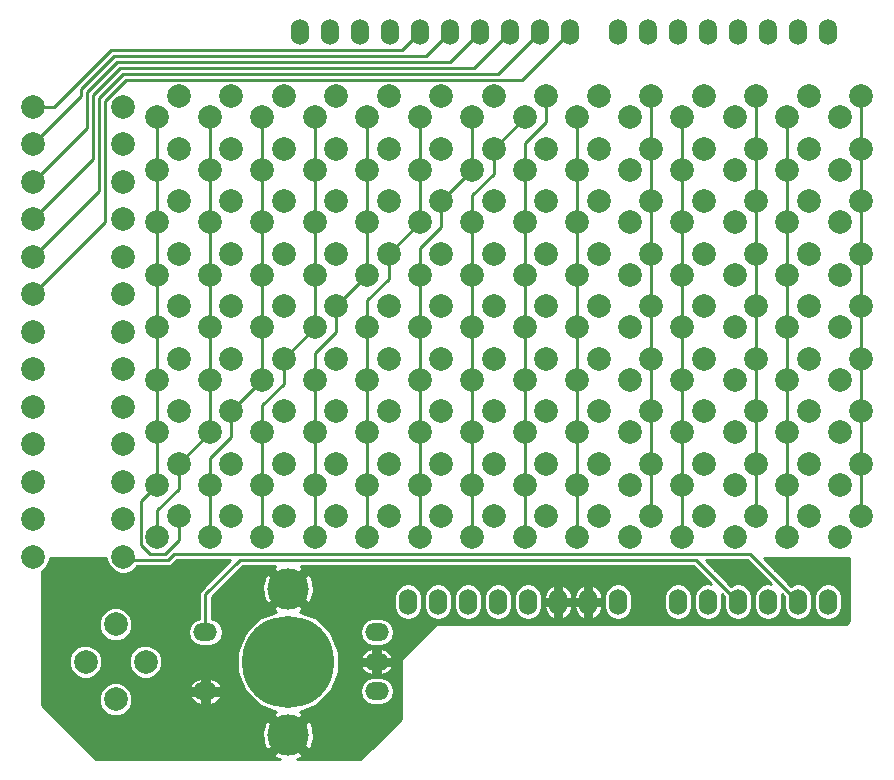
<source format=gbr>
G04 #@! TF.FileFunction,Copper,L2,Bot,Signal*
%FSLAX46Y46*%
G04 Gerber Fmt 4.6, Leading zero omitted, Abs format (unit mm)*
G04 Created by KiCad (PCBNEW 4.0.7) date 06/07/18 15:13:04*
%MOMM*%
%LPD*%
G01*
G04 APERTURE LIST*
%ADD10C,0.100000*%
%ADD11C,1.998980*%
%ADD12O,1.524000X2.199640*%
%ADD13O,1.524000X2.197100*%
%ADD14O,1.998980X1.501140*%
%ADD15C,3.500120*%
%ADD16C,7.800000*%
%ADD17C,0.620000*%
%ADD18C,2.000000*%
%ADD19C,0.250000*%
G04 APERTURE END LIST*
D10*
D11*
X124088026Y-122291974D03*
X122291974Y-124088026D03*
X124088026Y-86731974D03*
X122291974Y-88528026D03*
X128533026Y-86731974D03*
X126736974Y-88528026D03*
X132978026Y-86731974D03*
X131181974Y-88528026D03*
X137423026Y-86731974D03*
X135626974Y-88528026D03*
X141868026Y-86731974D03*
X140071974Y-88528026D03*
X146313026Y-86731974D03*
X144516974Y-88528026D03*
X150758026Y-86731974D03*
X148961974Y-88528026D03*
X155203026Y-86731974D03*
X153406974Y-88528026D03*
X159648026Y-86731974D03*
X157851974Y-88528026D03*
X164093026Y-86731974D03*
X162296974Y-88528026D03*
X168538026Y-86731974D03*
X166741974Y-88528026D03*
X172983026Y-86731974D03*
X171186974Y-88528026D03*
X177428026Y-86731974D03*
X175631974Y-88528026D03*
X181873026Y-86731974D03*
X180076974Y-88528026D03*
X124088026Y-91176974D03*
X122291974Y-92973026D03*
X128533026Y-91176974D03*
X126736974Y-92973026D03*
X132978026Y-91176974D03*
X131181974Y-92973026D03*
X137423026Y-91176974D03*
X135626974Y-92973026D03*
X141868026Y-91176974D03*
X140071974Y-92973026D03*
X146313026Y-91176974D03*
X144516974Y-92973026D03*
X150758026Y-91176974D03*
X148961974Y-92973026D03*
X155203026Y-91176974D03*
X153406974Y-92973026D03*
X159648026Y-91176974D03*
X157851974Y-92973026D03*
X164093026Y-91176974D03*
X162296974Y-92973026D03*
X168538026Y-91176974D03*
X166741974Y-92973026D03*
X172983026Y-91176974D03*
X171186974Y-92973026D03*
X177428026Y-91176974D03*
X175631974Y-92973026D03*
X181873026Y-91176974D03*
X180076974Y-92973026D03*
X124088026Y-95621974D03*
X122291974Y-97418026D03*
X128533026Y-95621974D03*
X126736974Y-97418026D03*
X132978026Y-95621974D03*
X131181974Y-97418026D03*
X137423026Y-95621974D03*
X135626974Y-97418026D03*
X141868026Y-95621974D03*
X140071974Y-97418026D03*
X146313026Y-95621974D03*
X144516974Y-97418026D03*
X150758026Y-95621974D03*
X148961974Y-97418026D03*
X155203026Y-95621974D03*
X153406974Y-97418026D03*
X159648026Y-95621974D03*
X157851974Y-97418026D03*
X164093026Y-95621974D03*
X162296974Y-97418026D03*
X168538026Y-95621974D03*
X166741974Y-97418026D03*
X172983026Y-95621974D03*
X171186974Y-97418026D03*
X177428026Y-95621974D03*
X175631974Y-97418026D03*
X181873026Y-95621974D03*
X180076974Y-97418026D03*
X124088026Y-100066974D03*
X122291974Y-101863026D03*
X128533026Y-100066974D03*
X126736974Y-101863026D03*
X132978026Y-100066974D03*
X131181974Y-101863026D03*
X137423026Y-100066974D03*
X135626974Y-101863026D03*
X141868026Y-100066974D03*
X140071974Y-101863026D03*
X146313026Y-100066974D03*
X144516974Y-101863026D03*
X150758026Y-100066974D03*
X148961974Y-101863026D03*
X155203026Y-100066974D03*
X153406974Y-101863026D03*
X159648026Y-100066974D03*
X157851974Y-101863026D03*
X164093026Y-100066974D03*
X162296974Y-101863026D03*
X168538026Y-100066974D03*
X166741974Y-101863026D03*
X172983026Y-100066974D03*
X171186974Y-101863026D03*
X177428026Y-100066974D03*
X175631974Y-101863026D03*
X181873026Y-100066974D03*
X180076974Y-101863026D03*
X124088026Y-104511974D03*
X122291974Y-106308026D03*
X128533026Y-104511974D03*
X126736974Y-106308026D03*
X132978026Y-104511974D03*
X131181974Y-106308026D03*
X137423026Y-104511974D03*
X135626974Y-106308026D03*
X141868026Y-104511974D03*
X140071974Y-106308026D03*
X146313026Y-104511974D03*
X144516974Y-106308026D03*
X150758026Y-104511974D03*
X148961974Y-106308026D03*
X155203026Y-104511974D03*
X153406974Y-106308026D03*
X159648026Y-104511974D03*
X157851974Y-106308026D03*
X164093026Y-104511974D03*
X162296974Y-106308026D03*
X168538026Y-104511974D03*
X166741974Y-106308026D03*
X172983026Y-104511974D03*
X171186974Y-106308026D03*
X177428026Y-104511974D03*
X175631974Y-106308026D03*
X181873026Y-104511974D03*
X180076974Y-106308026D03*
X124088026Y-108956974D03*
X122291974Y-110753026D03*
X128533026Y-108956974D03*
X126736974Y-110753026D03*
X132978026Y-108956974D03*
X131181974Y-110753026D03*
X137423026Y-108956974D03*
X135626974Y-110753026D03*
X141868026Y-108956974D03*
X140071974Y-110753026D03*
X146313026Y-108956974D03*
X144516974Y-110753026D03*
X150758026Y-108956974D03*
X148961974Y-110753026D03*
X155203026Y-108956974D03*
X153406974Y-110753026D03*
X159648026Y-108956974D03*
X157851974Y-110753026D03*
X164093026Y-108956974D03*
X162296974Y-110753026D03*
X168538026Y-108956974D03*
X166741974Y-110753026D03*
X172983026Y-108956974D03*
X171186974Y-110753026D03*
X177428026Y-108956974D03*
X175631974Y-110753026D03*
X181873026Y-108956974D03*
X180076974Y-110753026D03*
X124088026Y-113401974D03*
X122291974Y-115198026D03*
X128533026Y-113401974D03*
X126736974Y-115198026D03*
X132978026Y-113401974D03*
X131181974Y-115198026D03*
X137423026Y-113401974D03*
X135626974Y-115198026D03*
X141868026Y-113401974D03*
X140071974Y-115198026D03*
X146313026Y-113401974D03*
X144516974Y-115198026D03*
X150758026Y-113401974D03*
X148961974Y-115198026D03*
X155203026Y-113401974D03*
X153406974Y-115198026D03*
X159648026Y-113401974D03*
X157851974Y-115198026D03*
X164093026Y-113401974D03*
X162296974Y-115198026D03*
X168538026Y-113401974D03*
X166741974Y-115198026D03*
X172983026Y-113401974D03*
X171186974Y-115198026D03*
X177428026Y-113401974D03*
X175631974Y-115198026D03*
X181873026Y-113401974D03*
X180076974Y-115198026D03*
X124088026Y-117846974D03*
X122291974Y-119643026D03*
X128533026Y-117846974D03*
X126736974Y-119643026D03*
X132978026Y-117846974D03*
X131181974Y-119643026D03*
X137423026Y-117846974D03*
X135626974Y-119643026D03*
X141868026Y-117846974D03*
X140071974Y-119643026D03*
X146313026Y-117846974D03*
X144516974Y-119643026D03*
X150758026Y-117846974D03*
X148961974Y-119643026D03*
X155203026Y-117846974D03*
X153406974Y-119643026D03*
X159648026Y-117846974D03*
X157851974Y-119643026D03*
X164093026Y-117846974D03*
X162296974Y-119643026D03*
X168538026Y-117846974D03*
X166741974Y-119643026D03*
X172983026Y-117846974D03*
X171186974Y-119643026D03*
X177428026Y-117846974D03*
X175631974Y-119643026D03*
X181873026Y-117846974D03*
X180076974Y-119643026D03*
X128533026Y-122291974D03*
X126736974Y-124088026D03*
X132978026Y-122291974D03*
X131181974Y-124088026D03*
X137423026Y-122291974D03*
X135626974Y-124088026D03*
X141868026Y-122291974D03*
X140071974Y-124088026D03*
X146313026Y-122291974D03*
X144516974Y-124088026D03*
X150758026Y-122291974D03*
X148961974Y-124088026D03*
X155203026Y-122291974D03*
X153406974Y-124088026D03*
X159648026Y-122291974D03*
X157851974Y-124088026D03*
X164093026Y-122291974D03*
X162296974Y-124088026D03*
X168538026Y-122291974D03*
X166741974Y-124088026D03*
X172983026Y-122291974D03*
X171186974Y-124088026D03*
X177428026Y-122291974D03*
X175631974Y-124088026D03*
X181873026Y-122291974D03*
X180076974Y-124088026D03*
X119380000Y-125730000D03*
X111760000Y-125730000D03*
X111760000Y-103505000D03*
X119380000Y-103505000D03*
X111760000Y-100330000D03*
X119380000Y-100330000D03*
X111760000Y-97155000D03*
X119380000Y-97155000D03*
X111760000Y-93980000D03*
X119380000Y-93980000D03*
X111760000Y-90805000D03*
X119380000Y-90805000D03*
X111760000Y-87630000D03*
X119380000Y-87630000D03*
X111760000Y-122555000D03*
X119380000Y-122555000D03*
X111760000Y-119380000D03*
X119380000Y-119380000D03*
X111760000Y-116205000D03*
X119380000Y-116205000D03*
X111760000Y-113030000D03*
X119380000Y-113030000D03*
X111760000Y-109855000D03*
X119380000Y-109855000D03*
X111760000Y-106680000D03*
X119380000Y-106680000D03*
D12*
X143510000Y-129540000D03*
X146050000Y-129540000D03*
X148590000Y-129540000D03*
X151130000Y-129540000D03*
X153670000Y-129540000D03*
X156210000Y-129540000D03*
X158750000Y-129540000D03*
X161290000Y-129540000D03*
X166370000Y-129540000D03*
X168910000Y-129540000D03*
X171450000Y-129540000D03*
X173990000Y-129540000D03*
X176530000Y-129540000D03*
X179070000Y-129540000D03*
D13*
X179070000Y-81280000D03*
X176530000Y-81280000D03*
X173990000Y-81280000D03*
X171450000Y-81280000D03*
X168910000Y-81280000D03*
X166370000Y-81280000D03*
X163830000Y-81280000D03*
X161290000Y-81280000D03*
X157226000Y-81280000D03*
X154686000Y-81280000D03*
X152146000Y-81280000D03*
X149606000Y-81280000D03*
X147066000Y-81280000D03*
X144526000Y-81280000D03*
X141986000Y-81280000D03*
X139448540Y-81280000D03*
X136906000Y-81280000D03*
X134366000Y-81280000D03*
D14*
X140850620Y-137119360D03*
X140850620Y-134620000D03*
X140850620Y-132120640D03*
D15*
X133350000Y-140820140D03*
X133350000Y-128419860D03*
D14*
X126349760Y-137119360D03*
X126349760Y-132120640D03*
D16*
X133350000Y-134620000D03*
D17*
X112776000Y-127889000D03*
X113411000Y-126111000D03*
X117221000Y-142621000D03*
X139192000Y-142748000D03*
X127381000Y-126746000D03*
X124333000Y-126238000D03*
X138811000Y-126746000D03*
X141097000Y-127254000D03*
X180594000Y-126365000D03*
X180467000Y-131064000D03*
X174752000Y-126746000D03*
X176784000Y-126111000D03*
X168021000Y-127381000D03*
X169672000Y-126746000D03*
D18*
X118745000Y-131445000D03*
X118745000Y-137795000D03*
X116205000Y-134620000D03*
X121285000Y-134620000D03*
D19*
X153406974Y-92973026D02*
X153406974Y-90687026D01*
X155203026Y-88890974D02*
X155203026Y-86731974D01*
X153406974Y-90687026D02*
X155203026Y-88890974D01*
X153406974Y-124088026D02*
X153406974Y-119643026D01*
X153406974Y-119643026D02*
X153406974Y-115198026D01*
X153406974Y-115198026D02*
X153406974Y-110753026D01*
X153406974Y-110753026D02*
X153406974Y-106308026D01*
X153406974Y-106308026D02*
X153406974Y-101863026D01*
X153406974Y-101863026D02*
X153406974Y-97418026D01*
X153406974Y-97418026D02*
X153406974Y-92973026D01*
X124088026Y-122291974D02*
X124088026Y-124323974D01*
X120904000Y-121031000D02*
X122291974Y-119643026D01*
X120904000Y-124714000D02*
X120904000Y-121031000D01*
X121666000Y-125476000D02*
X120904000Y-124714000D01*
X122936000Y-125476000D02*
X121666000Y-125476000D01*
X124088026Y-124323974D02*
X122936000Y-125476000D01*
X122291974Y-115198026D02*
X122291974Y-119643026D01*
X122291974Y-88528026D02*
X122291974Y-92973026D01*
X122291974Y-92973026D02*
X122291974Y-97418026D01*
X122291974Y-97418026D02*
X122291974Y-101863026D01*
X122291974Y-101863026D02*
X122291974Y-106308026D01*
X122291974Y-106308026D02*
X122291974Y-110753026D01*
X122291974Y-110753026D02*
X122291974Y-115198026D01*
X126736974Y-101863026D02*
X126736974Y-97418026D01*
X126736974Y-97418026D02*
X126736974Y-92973026D01*
X126736974Y-92973026D02*
X126736974Y-88528026D01*
X126736974Y-115198026D02*
X126736974Y-110753026D01*
X126736974Y-110753026D02*
X126736974Y-106308026D01*
X126736974Y-106308026D02*
X126736974Y-101863026D01*
X124088026Y-117846974D02*
X126736974Y-115198026D01*
X122291974Y-124088026D02*
X122291974Y-121802026D01*
X124088026Y-120005974D02*
X124088026Y-117846974D01*
X122291974Y-121802026D02*
X124088026Y-120005974D01*
X131181974Y-106308026D02*
X131181974Y-101863026D01*
X131181974Y-101863026D02*
X131181974Y-97418026D01*
X131181974Y-97418026D02*
X131181974Y-92973026D01*
X131181974Y-92973026D02*
X131181974Y-88528026D01*
X131181974Y-110753026D02*
X131181974Y-106308026D01*
X128533026Y-113401974D02*
X131181974Y-110753026D01*
X126736974Y-119643026D02*
X126736974Y-117357026D01*
X128533026Y-115560974D02*
X128533026Y-113401974D01*
X126736974Y-117357026D02*
X128533026Y-115560974D01*
X126736974Y-124088026D02*
X126736974Y-119643026D01*
X135626974Y-97418026D02*
X135626974Y-92973026D01*
X135626974Y-92973026D02*
X135626974Y-88528026D01*
X135626974Y-101863026D02*
X135626974Y-97418026D01*
X135626974Y-106308026D02*
X135626974Y-101863026D01*
X132978026Y-108956974D02*
X135626974Y-106308026D01*
X131181974Y-115198026D02*
X131181974Y-112912026D01*
X132978026Y-111115974D02*
X132978026Y-108956974D01*
X131181974Y-112912026D02*
X132978026Y-111115974D01*
X131181974Y-124088026D02*
X131181974Y-119643026D01*
X131181974Y-119643026D02*
X131181974Y-115198026D01*
X140071974Y-92973026D02*
X140071974Y-88528026D01*
X140071974Y-97418026D02*
X140071974Y-92973026D01*
X140071974Y-101863026D02*
X140071974Y-97418026D01*
X137423026Y-104511974D02*
X140071974Y-101863026D01*
X135626974Y-110753026D02*
X135626974Y-108467026D01*
X137423026Y-106670974D02*
X137423026Y-104511974D01*
X135626974Y-108467026D02*
X137423026Y-106670974D01*
X135626974Y-115198026D02*
X135626974Y-110753026D01*
X135626974Y-124088026D02*
X135626974Y-119643026D01*
X135626974Y-119643026D02*
X135626974Y-115198026D01*
X144516974Y-92973026D02*
X144516974Y-88528026D01*
X144516974Y-97418026D02*
X144516974Y-92973026D01*
X141868026Y-100066974D02*
X144516974Y-97418026D01*
X140071974Y-106308026D02*
X140071974Y-104022026D01*
X141868026Y-102225974D02*
X141868026Y-100066974D01*
X140071974Y-104022026D02*
X141868026Y-102225974D01*
X140071974Y-110753026D02*
X140071974Y-106308026D01*
X140071974Y-115198026D02*
X140071974Y-110753026D01*
X140071974Y-119643026D02*
X140071974Y-115198026D01*
X140071974Y-124088026D02*
X140071974Y-119643026D01*
X146313026Y-95621974D02*
X148961974Y-92973026D01*
X148961974Y-92973026D02*
X148961974Y-88528026D01*
X144516974Y-101863026D02*
X144516974Y-99577026D01*
X146313026Y-97780974D02*
X146313026Y-95621974D01*
X144516974Y-99577026D02*
X146313026Y-97780974D01*
X144516974Y-124088026D02*
X144516974Y-119643026D01*
X144516974Y-119643026D02*
X144516974Y-115198026D01*
X144516974Y-115198026D02*
X144516974Y-110753026D01*
X144516974Y-110753026D02*
X144516974Y-106308026D01*
X144516974Y-106308026D02*
X144516974Y-101863026D01*
X150758026Y-91176974D02*
X153406974Y-88528026D01*
X148961974Y-97418026D02*
X148961974Y-95132026D01*
X150758026Y-93335974D02*
X150758026Y-91176974D01*
X148961974Y-95132026D02*
X150758026Y-93335974D01*
X148961974Y-101863026D02*
X148961974Y-97418026D01*
X148961974Y-106308026D02*
X148961974Y-101863026D01*
X148961974Y-110753026D02*
X148961974Y-106308026D01*
X148961974Y-115198026D02*
X148961974Y-110753026D01*
X148961974Y-119643026D02*
X148961974Y-115198026D01*
X148961974Y-124088026D02*
X148961974Y-119643026D01*
X164093026Y-108956974D02*
X164093026Y-104511974D01*
X164093026Y-104511974D02*
X164093026Y-100066974D01*
X164093026Y-100066974D02*
X164093026Y-95621974D01*
X164093026Y-95621974D02*
X164093026Y-91176974D01*
X164093026Y-91176974D02*
X164093026Y-86731974D01*
X164093026Y-122291974D02*
X164093026Y-117846974D01*
X164093026Y-117846974D02*
X164093026Y-113401974D01*
X164093026Y-113401974D02*
X164093026Y-108956974D01*
X157851974Y-92973026D02*
X157851974Y-88528026D01*
X157851974Y-124088026D02*
X157851974Y-119643026D01*
X157851974Y-119643026D02*
X157851974Y-115198026D01*
X157851974Y-115198026D02*
X157851974Y-110753026D01*
X157851974Y-110753026D02*
X157851974Y-106308026D01*
X157851974Y-106308026D02*
X157851974Y-101863026D01*
X157851974Y-101863026D02*
X157851974Y-97418026D01*
X157851974Y-97418026D02*
X157851974Y-92973026D01*
X172983026Y-113401974D02*
X172983026Y-117846974D01*
X172983026Y-86731974D02*
X172983026Y-91176974D01*
X172983026Y-91176974D02*
X172983026Y-95621974D01*
X172983026Y-95621974D02*
X172983026Y-100066974D01*
X172983026Y-100066974D02*
X172983026Y-104511974D01*
X172983026Y-104511974D02*
X172983026Y-108956974D01*
X172983026Y-108956974D02*
X172983026Y-113401974D01*
X172983026Y-113401974D02*
X172983026Y-122291974D01*
X166741974Y-110753026D02*
X166741974Y-106308026D01*
X166741974Y-106308026D02*
X166741974Y-101863026D01*
X166741974Y-101863026D02*
X166741974Y-97418026D01*
X166741974Y-97418026D02*
X166741974Y-92973026D01*
X166741974Y-92973026D02*
X166741974Y-88528026D01*
X166741974Y-124088026D02*
X166741974Y-119643026D01*
X166741974Y-119643026D02*
X166741974Y-115198026D01*
X166741974Y-115198026D02*
X166741974Y-110753026D01*
X181873026Y-104511974D02*
X181873026Y-108956974D01*
X181873026Y-108956974D02*
X181873026Y-113401974D01*
X181873026Y-113401974D02*
X181873026Y-117846974D01*
X181873026Y-117846974D02*
X181873026Y-122291974D01*
X181873026Y-91176974D02*
X181873026Y-95621974D01*
X181873026Y-95621974D02*
X181873026Y-100066974D01*
X181873026Y-100066974D02*
X181873026Y-104511974D01*
X181873026Y-86731974D02*
X181873026Y-91176974D01*
X175631974Y-124088026D02*
X175631974Y-119643026D01*
X175631974Y-119643026D02*
X175631974Y-115198026D01*
X175631974Y-115198026D02*
X175631974Y-110753026D01*
X175631974Y-110753026D02*
X175631974Y-106308026D01*
X175631974Y-106308026D02*
X175631974Y-101863026D01*
X175631974Y-101863026D02*
X175631974Y-97418026D01*
X175631974Y-97418026D02*
X175631974Y-92973026D01*
X175631974Y-92973026D02*
X175631974Y-88528026D01*
X126349760Y-132120640D02*
X126349760Y-128920240D01*
X129286000Y-125984000D02*
X132486400Y-125984000D01*
X126349760Y-128920240D02*
X129286000Y-125984000D01*
X139954000Y-125984000D02*
X167894000Y-125984000D01*
X167894000Y-125984000D02*
X171450000Y-129540000D01*
X132486400Y-125984000D02*
X139954000Y-125984000D01*
X119380000Y-125730000D02*
X119634000Y-125984000D01*
X119634000Y-125984000D02*
X123190000Y-125984000D01*
X123190000Y-125984000D02*
X123698000Y-125476000D01*
X123698000Y-125476000D02*
X172466000Y-125476000D01*
X172466000Y-125476000D02*
X176530000Y-129540000D01*
X157226000Y-81280000D02*
X153162000Y-85344000D01*
X111760000Y-103505000D02*
X117856000Y-97409000D01*
X119634000Y-85344000D02*
X153162000Y-85344000D01*
X117856000Y-87122000D02*
X119634000Y-85344000D01*
X117856000Y-97409000D02*
X117856000Y-87122000D01*
X154686000Y-81280000D02*
X151130000Y-84836000D01*
X111760000Y-100330000D02*
X117348000Y-94742000D01*
X119380000Y-84836000D02*
X151130000Y-84836000D01*
X117348000Y-86868000D02*
X119380000Y-84836000D01*
X117348000Y-94742000D02*
X117348000Y-86868000D01*
X152146000Y-81280000D02*
X149098000Y-84328000D01*
X111760000Y-97155000D02*
X116840000Y-92075000D01*
X119126000Y-84328000D02*
X149098000Y-84328000D01*
X116840000Y-86614000D02*
X119126000Y-84328000D01*
X116840000Y-92075000D02*
X116840000Y-86614000D01*
X149606000Y-81280000D02*
X147066000Y-83820000D01*
X111760000Y-93980000D02*
X116332000Y-89408000D01*
X118872000Y-83820000D02*
X147066000Y-83820000D01*
X116332000Y-86360000D02*
X118872000Y-83820000D01*
X116332000Y-89408000D02*
X116332000Y-86360000D01*
X147066000Y-81280000D02*
X145034000Y-83312000D01*
X111760000Y-90805000D02*
X115824000Y-86741000D01*
X118618000Y-83312000D02*
X145034000Y-83312000D01*
X115824000Y-86106000D02*
X118618000Y-83312000D01*
X115824000Y-86741000D02*
X115824000Y-86106000D01*
X142240000Y-82804000D02*
X143002000Y-82804000D01*
X143002000Y-82804000D02*
X144526000Y-81280000D01*
X111760000Y-87630000D02*
X113538000Y-87630000D01*
X118364000Y-82804000D02*
X142240000Y-82804000D01*
X113538000Y-87630000D02*
X118364000Y-82804000D01*
G36*
X117955264Y-126012105D02*
X118171672Y-126535854D01*
X118572038Y-126936919D01*
X119095408Y-127154242D01*
X119662105Y-127154736D01*
X120185854Y-126938328D01*
X120586919Y-126537962D01*
X120588564Y-126534000D01*
X123190000Y-126534000D01*
X123400476Y-126492134D01*
X123578909Y-126372909D01*
X123925817Y-126026000D01*
X128466183Y-126026000D01*
X125960851Y-128531331D01*
X125841626Y-128709764D01*
X125799760Y-128920240D01*
X125799760Y-130999408D01*
X125623062Y-131034555D01*
X125241679Y-131289386D01*
X124986848Y-131670769D01*
X124897363Y-132120640D01*
X124986848Y-132570511D01*
X125241679Y-132951894D01*
X125623062Y-133206725D01*
X126072933Y-133296210D01*
X126626587Y-133296210D01*
X127076458Y-133206725D01*
X127457841Y-132951894D01*
X127712672Y-132570511D01*
X127802157Y-132120640D01*
X127712672Y-131670769D01*
X127457841Y-131289386D01*
X127076458Y-131034555D01*
X126899760Y-130999408D01*
X126899760Y-129148058D01*
X127874264Y-128173553D01*
X131146049Y-128173553D01*
X131219557Y-129035717D01*
X131408073Y-129490834D01*
X131675262Y-129705689D01*
X132961091Y-128419860D01*
X133738909Y-128419860D01*
X135024738Y-129705689D01*
X135291927Y-129490834D01*
X135393133Y-129172307D01*
X142323000Y-129172307D01*
X142323000Y-129907693D01*
X142413355Y-130361938D01*
X142670664Y-130747029D01*
X143055755Y-131004338D01*
X143510000Y-131094693D01*
X143964245Y-131004338D01*
X144349336Y-130747029D01*
X144606645Y-130361938D01*
X144697000Y-129907693D01*
X144697000Y-129172307D01*
X144863000Y-129172307D01*
X144863000Y-129907693D01*
X144953355Y-130361938D01*
X145210664Y-130747029D01*
X145595755Y-131004338D01*
X146050000Y-131094693D01*
X146504245Y-131004338D01*
X146889336Y-130747029D01*
X147146645Y-130361938D01*
X147237000Y-129907693D01*
X147237000Y-129172307D01*
X147403000Y-129172307D01*
X147403000Y-129907693D01*
X147493355Y-130361938D01*
X147750664Y-130747029D01*
X148135755Y-131004338D01*
X148590000Y-131094693D01*
X149044245Y-131004338D01*
X149429336Y-130747029D01*
X149686645Y-130361938D01*
X149777000Y-129907693D01*
X149777000Y-129172307D01*
X149943000Y-129172307D01*
X149943000Y-129907693D01*
X150033355Y-130361938D01*
X150290664Y-130747029D01*
X150675755Y-131004338D01*
X151130000Y-131094693D01*
X151584245Y-131004338D01*
X151969336Y-130747029D01*
X152226645Y-130361938D01*
X152317000Y-129907693D01*
X152317000Y-129172307D01*
X152483000Y-129172307D01*
X152483000Y-129907693D01*
X152573355Y-130361938D01*
X152830664Y-130747029D01*
X153215755Y-131004338D01*
X153670000Y-131094693D01*
X154124245Y-131004338D01*
X154509336Y-130747029D01*
X154766645Y-130361938D01*
X154838122Y-130002595D01*
X155020627Y-130002595D01*
X155158912Y-130448250D01*
X155457215Y-130807063D01*
X155757750Y-130975289D01*
X155935000Y-130922997D01*
X155935000Y-129815000D01*
X156485000Y-129815000D01*
X156485000Y-130922997D01*
X156662250Y-130975289D01*
X156962785Y-130807063D01*
X157261088Y-130448250D01*
X157399373Y-130002595D01*
X157560627Y-130002595D01*
X157698912Y-130448250D01*
X157997215Y-130807063D01*
X158297750Y-130975289D01*
X158475000Y-130922997D01*
X158475000Y-129815000D01*
X159025000Y-129815000D01*
X159025000Y-130922997D01*
X159202250Y-130975289D01*
X159502785Y-130807063D01*
X159801088Y-130448250D01*
X159939373Y-130002595D01*
X159837999Y-129815000D01*
X159025000Y-129815000D01*
X158475000Y-129815000D01*
X157662001Y-129815000D01*
X157560627Y-130002595D01*
X157399373Y-130002595D01*
X157297999Y-129815000D01*
X156485000Y-129815000D01*
X155935000Y-129815000D01*
X155122001Y-129815000D01*
X155020627Y-130002595D01*
X154838122Y-130002595D01*
X154857000Y-129907693D01*
X154857000Y-129172307D01*
X154838123Y-129077405D01*
X155020627Y-129077405D01*
X155122001Y-129265000D01*
X155935000Y-129265000D01*
X155935000Y-128157003D01*
X156485000Y-128157003D01*
X156485000Y-129265000D01*
X157297999Y-129265000D01*
X157399373Y-129077405D01*
X157560627Y-129077405D01*
X157662001Y-129265000D01*
X158475000Y-129265000D01*
X158475000Y-128157003D01*
X159025000Y-128157003D01*
X159025000Y-129265000D01*
X159837999Y-129265000D01*
X159888089Y-129172307D01*
X160103000Y-129172307D01*
X160103000Y-129907693D01*
X160193355Y-130361938D01*
X160450664Y-130747029D01*
X160835755Y-131004338D01*
X161290000Y-131094693D01*
X161744245Y-131004338D01*
X162129336Y-130747029D01*
X162386645Y-130361938D01*
X162477000Y-129907693D01*
X162477000Y-129172307D01*
X165183000Y-129172307D01*
X165183000Y-129907693D01*
X165273355Y-130361938D01*
X165530664Y-130747029D01*
X165915755Y-131004338D01*
X166370000Y-131094693D01*
X166824245Y-131004338D01*
X167209336Y-130747029D01*
X167466645Y-130361938D01*
X167557000Y-129907693D01*
X167557000Y-129172307D01*
X167466645Y-128718062D01*
X167209336Y-128332971D01*
X166824245Y-128075662D01*
X166370000Y-127985307D01*
X165915755Y-128075662D01*
X165530664Y-128332971D01*
X165273355Y-128718062D01*
X165183000Y-129172307D01*
X162477000Y-129172307D01*
X162386645Y-128718062D01*
X162129336Y-128332971D01*
X161744245Y-128075662D01*
X161290000Y-127985307D01*
X160835755Y-128075662D01*
X160450664Y-128332971D01*
X160193355Y-128718062D01*
X160103000Y-129172307D01*
X159888089Y-129172307D01*
X159939373Y-129077405D01*
X159801088Y-128631750D01*
X159502785Y-128272937D01*
X159202250Y-128104711D01*
X159025000Y-128157003D01*
X158475000Y-128157003D01*
X158297750Y-128104711D01*
X157997215Y-128272937D01*
X157698912Y-128631750D01*
X157560627Y-129077405D01*
X157399373Y-129077405D01*
X157261088Y-128631750D01*
X156962785Y-128272937D01*
X156662250Y-128104711D01*
X156485000Y-128157003D01*
X155935000Y-128157003D01*
X155757750Y-128104711D01*
X155457215Y-128272937D01*
X155158912Y-128631750D01*
X155020627Y-129077405D01*
X154838123Y-129077405D01*
X154766645Y-128718062D01*
X154509336Y-128332971D01*
X154124245Y-128075662D01*
X153670000Y-127985307D01*
X153215755Y-128075662D01*
X152830664Y-128332971D01*
X152573355Y-128718062D01*
X152483000Y-129172307D01*
X152317000Y-129172307D01*
X152226645Y-128718062D01*
X151969336Y-128332971D01*
X151584245Y-128075662D01*
X151130000Y-127985307D01*
X150675755Y-128075662D01*
X150290664Y-128332971D01*
X150033355Y-128718062D01*
X149943000Y-129172307D01*
X149777000Y-129172307D01*
X149686645Y-128718062D01*
X149429336Y-128332971D01*
X149044245Y-128075662D01*
X148590000Y-127985307D01*
X148135755Y-128075662D01*
X147750664Y-128332971D01*
X147493355Y-128718062D01*
X147403000Y-129172307D01*
X147237000Y-129172307D01*
X147146645Y-128718062D01*
X146889336Y-128332971D01*
X146504245Y-128075662D01*
X146050000Y-127985307D01*
X145595755Y-128075662D01*
X145210664Y-128332971D01*
X144953355Y-128718062D01*
X144863000Y-129172307D01*
X144697000Y-129172307D01*
X144606645Y-128718062D01*
X144349336Y-128332971D01*
X143964245Y-128075662D01*
X143510000Y-127985307D01*
X143055755Y-128075662D01*
X142670664Y-128332971D01*
X142413355Y-128718062D01*
X142323000Y-129172307D01*
X135393133Y-129172307D01*
X135553951Y-128666167D01*
X135480443Y-127804003D01*
X135291927Y-127348886D01*
X135024738Y-127134031D01*
X133738909Y-128419860D01*
X132961091Y-128419860D01*
X131675262Y-127134031D01*
X131408073Y-127348886D01*
X131146049Y-128173553D01*
X127874264Y-128173553D01*
X129513817Y-126534000D01*
X132233941Y-126534000D01*
X132064171Y-126745122D01*
X133350000Y-128030951D01*
X134635829Y-126745122D01*
X134466059Y-126534000D01*
X167666182Y-126534000D01*
X169169010Y-128036827D01*
X168910000Y-127985307D01*
X168455755Y-128075662D01*
X168070664Y-128332971D01*
X167813355Y-128718062D01*
X167723000Y-129172307D01*
X167723000Y-129907693D01*
X167813355Y-130361938D01*
X168070664Y-130747029D01*
X168455755Y-131004338D01*
X168910000Y-131094693D01*
X169364245Y-131004338D01*
X169749336Y-130747029D01*
X170006645Y-130361938D01*
X170097000Y-129907693D01*
X170097000Y-129172307D01*
X170045480Y-128913297D01*
X170269884Y-129137701D01*
X170263000Y-129172307D01*
X170263000Y-129907693D01*
X170353355Y-130361938D01*
X170610664Y-130747029D01*
X170995755Y-131004338D01*
X171450000Y-131094693D01*
X171904245Y-131004338D01*
X172289336Y-130747029D01*
X172546645Y-130361938D01*
X172637000Y-129907693D01*
X172637000Y-129172307D01*
X172546645Y-128718062D01*
X172289336Y-128332971D01*
X171904245Y-128075662D01*
X171450000Y-127985307D01*
X170995755Y-128075662D01*
X170856516Y-128168698D01*
X168713818Y-126026000D01*
X172238182Y-126026000D01*
X174249009Y-128036827D01*
X173990000Y-127985307D01*
X173535755Y-128075662D01*
X173150664Y-128332971D01*
X172893355Y-128718062D01*
X172803000Y-129172307D01*
X172803000Y-129907693D01*
X172893355Y-130361938D01*
X173150664Y-130747029D01*
X173535755Y-131004338D01*
X173990000Y-131094693D01*
X174444245Y-131004338D01*
X174829336Y-130747029D01*
X175086645Y-130361938D01*
X175177000Y-129907693D01*
X175177000Y-129172307D01*
X175125480Y-128913298D01*
X175349883Y-129137701D01*
X175343000Y-129172307D01*
X175343000Y-129907693D01*
X175433355Y-130361938D01*
X175690664Y-130747029D01*
X176075755Y-131004338D01*
X176530000Y-131094693D01*
X176984245Y-131004338D01*
X177369336Y-130747029D01*
X177626645Y-130361938D01*
X177717000Y-129907693D01*
X177717000Y-129172307D01*
X177883000Y-129172307D01*
X177883000Y-129907693D01*
X177973355Y-130361938D01*
X178230664Y-130747029D01*
X178615755Y-131004338D01*
X179070000Y-131094693D01*
X179524245Y-131004338D01*
X179909336Y-130747029D01*
X180166645Y-130361938D01*
X180257000Y-129907693D01*
X180257000Y-129172307D01*
X180166645Y-128718062D01*
X179909336Y-128332971D01*
X179524245Y-128075662D01*
X179070000Y-127985307D01*
X178615755Y-128075662D01*
X178230664Y-128332971D01*
X177973355Y-128718062D01*
X177883000Y-129172307D01*
X177717000Y-129172307D01*
X177626645Y-128718062D01*
X177369336Y-128332971D01*
X176984245Y-128075662D01*
X176530000Y-127985307D01*
X176075755Y-128075662D01*
X175936516Y-128168698D01*
X173622818Y-125855000D01*
X180850000Y-125855000D01*
X180850000Y-131180876D01*
X180794275Y-131264275D01*
X180585851Y-131403539D01*
X180279380Y-131464500D01*
X146050000Y-131464500D01*
X145814458Y-131511352D01*
X145614775Y-131644776D01*
X143074776Y-134184776D01*
X142941352Y-134384458D01*
X142894500Y-134620000D01*
X142894500Y-139445051D01*
X140534776Y-141804776D01*
X139445052Y-142894500D01*
X134101253Y-142894500D01*
X134420974Y-142762067D01*
X134635829Y-142494878D01*
X133350000Y-141209049D01*
X132064171Y-142494878D01*
X132279026Y-142762067D01*
X132695832Y-142894500D01*
X117094948Y-142894500D01*
X114774281Y-140573833D01*
X131146049Y-140573833D01*
X131219557Y-141435997D01*
X131408073Y-141891114D01*
X131675262Y-142105969D01*
X132961091Y-140820140D01*
X133738909Y-140820140D01*
X135024738Y-142105969D01*
X135291927Y-141891114D01*
X135553951Y-141066447D01*
X135480443Y-140204283D01*
X135291927Y-139749166D01*
X135024738Y-139534311D01*
X133738909Y-140820140D01*
X132961091Y-140820140D01*
X131675262Y-139534311D01*
X131408073Y-139749166D01*
X131146049Y-140573833D01*
X114774281Y-140573833D01*
X112520000Y-138319552D01*
X112520000Y-138077206D01*
X117319754Y-138077206D01*
X117536240Y-138601143D01*
X117936749Y-139002351D01*
X118460307Y-139219752D01*
X119027206Y-139220246D01*
X119551143Y-139003760D01*
X119952351Y-138603251D01*
X120169752Y-138079693D01*
X120170196Y-137569771D01*
X125014979Y-137569771D01*
X125136923Y-137787450D01*
X125465964Y-138105470D01*
X125891659Y-138273363D01*
X126074760Y-138185628D01*
X126074760Y-137394360D01*
X126624760Y-137394360D01*
X126624760Y-138185628D01*
X126807861Y-138273363D01*
X127233556Y-138105470D01*
X127562597Y-137787450D01*
X127684541Y-137569771D01*
X127632034Y-137394360D01*
X126624760Y-137394360D01*
X126074760Y-137394360D01*
X125067486Y-137394360D01*
X125014979Y-137569771D01*
X120170196Y-137569771D01*
X120170246Y-137512794D01*
X119953760Y-136988857D01*
X119634410Y-136668949D01*
X125014979Y-136668949D01*
X125067486Y-136844360D01*
X126074760Y-136844360D01*
X126074760Y-136053092D01*
X126624760Y-136053092D01*
X126624760Y-136844360D01*
X127632034Y-136844360D01*
X127684541Y-136668949D01*
X127562597Y-136451270D01*
X127233556Y-136133250D01*
X126807861Y-135965357D01*
X126624760Y-136053092D01*
X126074760Y-136053092D01*
X125891659Y-135965357D01*
X125465964Y-136133250D01*
X125136923Y-136451270D01*
X125014979Y-136668949D01*
X119634410Y-136668949D01*
X119553251Y-136587649D01*
X119029693Y-136370248D01*
X118462794Y-136369754D01*
X117938857Y-136586240D01*
X117537649Y-136986749D01*
X117320248Y-137510307D01*
X117319754Y-138077206D01*
X112520000Y-138077206D01*
X112520000Y-134902206D01*
X114779754Y-134902206D01*
X114996240Y-135426143D01*
X115396749Y-135827351D01*
X115920307Y-136044752D01*
X116487206Y-136045246D01*
X117011143Y-135828760D01*
X117412351Y-135428251D01*
X117629752Y-134904693D01*
X117629754Y-134902206D01*
X119859754Y-134902206D01*
X120076240Y-135426143D01*
X120476749Y-135827351D01*
X121000307Y-136044752D01*
X121567206Y-136045246D01*
X122091143Y-135828760D01*
X122443996Y-135476521D01*
X129024251Y-135476521D01*
X129681305Y-137066715D01*
X130896885Y-138284419D01*
X132302993Y-138868286D01*
X132279026Y-138878213D01*
X132064171Y-139145402D01*
X133350000Y-140431231D01*
X134635829Y-139145402D01*
X134420974Y-138878213D01*
X134392142Y-138869052D01*
X135796715Y-138288695D01*
X136968093Y-137119360D01*
X139398223Y-137119360D01*
X139487708Y-137569231D01*
X139742539Y-137950614D01*
X140123922Y-138205445D01*
X140573793Y-138294930D01*
X141127447Y-138294930D01*
X141577318Y-138205445D01*
X141958701Y-137950614D01*
X142213532Y-137569231D01*
X142303017Y-137119360D01*
X142213532Y-136669489D01*
X141958701Y-136288106D01*
X141577318Y-136033275D01*
X141127447Y-135943790D01*
X140573793Y-135943790D01*
X140123922Y-136033275D01*
X139742539Y-136288106D01*
X139487708Y-136669489D01*
X139398223Y-137119360D01*
X136968093Y-137119360D01*
X137014419Y-137073115D01*
X137674248Y-135484070D01*
X137674608Y-135070411D01*
X139515839Y-135070411D01*
X139637783Y-135288090D01*
X139966824Y-135606110D01*
X140392519Y-135774003D01*
X140575620Y-135686268D01*
X140575620Y-134895000D01*
X141125620Y-134895000D01*
X141125620Y-135686268D01*
X141308721Y-135774003D01*
X141734416Y-135606110D01*
X142063457Y-135288090D01*
X142185401Y-135070411D01*
X142132894Y-134895000D01*
X141125620Y-134895000D01*
X140575620Y-134895000D01*
X139568346Y-134895000D01*
X139515839Y-135070411D01*
X137674608Y-135070411D01*
X137675394Y-134169589D01*
X139515839Y-134169589D01*
X139568346Y-134345000D01*
X140575620Y-134345000D01*
X140575620Y-133553732D01*
X141125620Y-133553732D01*
X141125620Y-134345000D01*
X142132894Y-134345000D01*
X142185401Y-134169589D01*
X142063457Y-133951910D01*
X141734416Y-133633890D01*
X141308721Y-133465997D01*
X141125620Y-133553732D01*
X140575620Y-133553732D01*
X140392519Y-133465997D01*
X139966824Y-133633890D01*
X139637783Y-133951910D01*
X139515839Y-134169589D01*
X137675394Y-134169589D01*
X137675749Y-133763479D01*
X137018695Y-132173285D01*
X136966142Y-132120640D01*
X139398223Y-132120640D01*
X139487708Y-132570511D01*
X139742539Y-132951894D01*
X140123922Y-133206725D01*
X140573793Y-133296210D01*
X141127447Y-133296210D01*
X141577318Y-133206725D01*
X141958701Y-132951894D01*
X142213532Y-132570511D01*
X142303017Y-132120640D01*
X142213532Y-131670769D01*
X141958701Y-131289386D01*
X141577318Y-131034555D01*
X141127447Y-130945070D01*
X140573793Y-130945070D01*
X140123922Y-131034555D01*
X139742539Y-131289386D01*
X139487708Y-131670769D01*
X139398223Y-132120640D01*
X136966142Y-132120640D01*
X135803115Y-130955581D01*
X134397007Y-130371714D01*
X134420974Y-130361787D01*
X134635829Y-130094598D01*
X133350000Y-128808769D01*
X132064171Y-130094598D01*
X132279026Y-130361787D01*
X132307858Y-130370948D01*
X130903285Y-130951305D01*
X129685581Y-132166885D01*
X129025752Y-133755930D01*
X129024251Y-135476521D01*
X122443996Y-135476521D01*
X122492351Y-135428251D01*
X122709752Y-134904693D01*
X122710246Y-134337794D01*
X122493760Y-133813857D01*
X122093251Y-133412649D01*
X121569693Y-133195248D01*
X121002794Y-133194754D01*
X120478857Y-133411240D01*
X120077649Y-133811749D01*
X119860248Y-134335307D01*
X119859754Y-134902206D01*
X117629754Y-134902206D01*
X117630246Y-134337794D01*
X117413760Y-133813857D01*
X117013251Y-133412649D01*
X116489693Y-133195248D01*
X115922794Y-133194754D01*
X115398857Y-133411240D01*
X114997649Y-133811749D01*
X114780248Y-134335307D01*
X114779754Y-134902206D01*
X112520000Y-134902206D01*
X112520000Y-131727206D01*
X117319754Y-131727206D01*
X117536240Y-132251143D01*
X117936749Y-132652351D01*
X118460307Y-132869752D01*
X119027206Y-132870246D01*
X119551143Y-132653760D01*
X119952351Y-132253251D01*
X120169752Y-131729693D01*
X120170246Y-131162794D01*
X119953760Y-130638857D01*
X119553251Y-130237649D01*
X119029693Y-130020248D01*
X118462794Y-130019754D01*
X117938857Y-130236240D01*
X117537649Y-130636749D01*
X117320248Y-131160307D01*
X117319754Y-131727206D01*
X112520000Y-131727206D01*
X112520000Y-126957274D01*
X112565854Y-126938328D01*
X112966919Y-126537962D01*
X113184242Y-126014592D01*
X113184381Y-125855000D01*
X117955401Y-125855000D01*
X117955264Y-126012105D01*
X117955264Y-126012105D01*
G37*
X117955264Y-126012105D02*
X118171672Y-126535854D01*
X118572038Y-126936919D01*
X119095408Y-127154242D01*
X119662105Y-127154736D01*
X120185854Y-126938328D01*
X120586919Y-126537962D01*
X120588564Y-126534000D01*
X123190000Y-126534000D01*
X123400476Y-126492134D01*
X123578909Y-126372909D01*
X123925817Y-126026000D01*
X128466183Y-126026000D01*
X125960851Y-128531331D01*
X125841626Y-128709764D01*
X125799760Y-128920240D01*
X125799760Y-130999408D01*
X125623062Y-131034555D01*
X125241679Y-131289386D01*
X124986848Y-131670769D01*
X124897363Y-132120640D01*
X124986848Y-132570511D01*
X125241679Y-132951894D01*
X125623062Y-133206725D01*
X126072933Y-133296210D01*
X126626587Y-133296210D01*
X127076458Y-133206725D01*
X127457841Y-132951894D01*
X127712672Y-132570511D01*
X127802157Y-132120640D01*
X127712672Y-131670769D01*
X127457841Y-131289386D01*
X127076458Y-131034555D01*
X126899760Y-130999408D01*
X126899760Y-129148058D01*
X127874264Y-128173553D01*
X131146049Y-128173553D01*
X131219557Y-129035717D01*
X131408073Y-129490834D01*
X131675262Y-129705689D01*
X132961091Y-128419860D01*
X133738909Y-128419860D01*
X135024738Y-129705689D01*
X135291927Y-129490834D01*
X135393133Y-129172307D01*
X142323000Y-129172307D01*
X142323000Y-129907693D01*
X142413355Y-130361938D01*
X142670664Y-130747029D01*
X143055755Y-131004338D01*
X143510000Y-131094693D01*
X143964245Y-131004338D01*
X144349336Y-130747029D01*
X144606645Y-130361938D01*
X144697000Y-129907693D01*
X144697000Y-129172307D01*
X144863000Y-129172307D01*
X144863000Y-129907693D01*
X144953355Y-130361938D01*
X145210664Y-130747029D01*
X145595755Y-131004338D01*
X146050000Y-131094693D01*
X146504245Y-131004338D01*
X146889336Y-130747029D01*
X147146645Y-130361938D01*
X147237000Y-129907693D01*
X147237000Y-129172307D01*
X147403000Y-129172307D01*
X147403000Y-129907693D01*
X147493355Y-130361938D01*
X147750664Y-130747029D01*
X148135755Y-131004338D01*
X148590000Y-131094693D01*
X149044245Y-131004338D01*
X149429336Y-130747029D01*
X149686645Y-130361938D01*
X149777000Y-129907693D01*
X149777000Y-129172307D01*
X149943000Y-129172307D01*
X149943000Y-129907693D01*
X150033355Y-130361938D01*
X150290664Y-130747029D01*
X150675755Y-131004338D01*
X151130000Y-131094693D01*
X151584245Y-131004338D01*
X151969336Y-130747029D01*
X152226645Y-130361938D01*
X152317000Y-129907693D01*
X152317000Y-129172307D01*
X152483000Y-129172307D01*
X152483000Y-129907693D01*
X152573355Y-130361938D01*
X152830664Y-130747029D01*
X153215755Y-131004338D01*
X153670000Y-131094693D01*
X154124245Y-131004338D01*
X154509336Y-130747029D01*
X154766645Y-130361938D01*
X154838122Y-130002595D01*
X155020627Y-130002595D01*
X155158912Y-130448250D01*
X155457215Y-130807063D01*
X155757750Y-130975289D01*
X155935000Y-130922997D01*
X155935000Y-129815000D01*
X156485000Y-129815000D01*
X156485000Y-130922997D01*
X156662250Y-130975289D01*
X156962785Y-130807063D01*
X157261088Y-130448250D01*
X157399373Y-130002595D01*
X157560627Y-130002595D01*
X157698912Y-130448250D01*
X157997215Y-130807063D01*
X158297750Y-130975289D01*
X158475000Y-130922997D01*
X158475000Y-129815000D01*
X159025000Y-129815000D01*
X159025000Y-130922997D01*
X159202250Y-130975289D01*
X159502785Y-130807063D01*
X159801088Y-130448250D01*
X159939373Y-130002595D01*
X159837999Y-129815000D01*
X159025000Y-129815000D01*
X158475000Y-129815000D01*
X157662001Y-129815000D01*
X157560627Y-130002595D01*
X157399373Y-130002595D01*
X157297999Y-129815000D01*
X156485000Y-129815000D01*
X155935000Y-129815000D01*
X155122001Y-129815000D01*
X155020627Y-130002595D01*
X154838122Y-130002595D01*
X154857000Y-129907693D01*
X154857000Y-129172307D01*
X154838123Y-129077405D01*
X155020627Y-129077405D01*
X155122001Y-129265000D01*
X155935000Y-129265000D01*
X155935000Y-128157003D01*
X156485000Y-128157003D01*
X156485000Y-129265000D01*
X157297999Y-129265000D01*
X157399373Y-129077405D01*
X157560627Y-129077405D01*
X157662001Y-129265000D01*
X158475000Y-129265000D01*
X158475000Y-128157003D01*
X159025000Y-128157003D01*
X159025000Y-129265000D01*
X159837999Y-129265000D01*
X159888089Y-129172307D01*
X160103000Y-129172307D01*
X160103000Y-129907693D01*
X160193355Y-130361938D01*
X160450664Y-130747029D01*
X160835755Y-131004338D01*
X161290000Y-131094693D01*
X161744245Y-131004338D01*
X162129336Y-130747029D01*
X162386645Y-130361938D01*
X162477000Y-129907693D01*
X162477000Y-129172307D01*
X165183000Y-129172307D01*
X165183000Y-129907693D01*
X165273355Y-130361938D01*
X165530664Y-130747029D01*
X165915755Y-131004338D01*
X166370000Y-131094693D01*
X166824245Y-131004338D01*
X167209336Y-130747029D01*
X167466645Y-130361938D01*
X167557000Y-129907693D01*
X167557000Y-129172307D01*
X167466645Y-128718062D01*
X167209336Y-128332971D01*
X166824245Y-128075662D01*
X166370000Y-127985307D01*
X165915755Y-128075662D01*
X165530664Y-128332971D01*
X165273355Y-128718062D01*
X165183000Y-129172307D01*
X162477000Y-129172307D01*
X162386645Y-128718062D01*
X162129336Y-128332971D01*
X161744245Y-128075662D01*
X161290000Y-127985307D01*
X160835755Y-128075662D01*
X160450664Y-128332971D01*
X160193355Y-128718062D01*
X160103000Y-129172307D01*
X159888089Y-129172307D01*
X159939373Y-129077405D01*
X159801088Y-128631750D01*
X159502785Y-128272937D01*
X159202250Y-128104711D01*
X159025000Y-128157003D01*
X158475000Y-128157003D01*
X158297750Y-128104711D01*
X157997215Y-128272937D01*
X157698912Y-128631750D01*
X157560627Y-129077405D01*
X157399373Y-129077405D01*
X157261088Y-128631750D01*
X156962785Y-128272937D01*
X156662250Y-128104711D01*
X156485000Y-128157003D01*
X155935000Y-128157003D01*
X155757750Y-128104711D01*
X155457215Y-128272937D01*
X155158912Y-128631750D01*
X155020627Y-129077405D01*
X154838123Y-129077405D01*
X154766645Y-128718062D01*
X154509336Y-128332971D01*
X154124245Y-128075662D01*
X153670000Y-127985307D01*
X153215755Y-128075662D01*
X152830664Y-128332971D01*
X152573355Y-128718062D01*
X152483000Y-129172307D01*
X152317000Y-129172307D01*
X152226645Y-128718062D01*
X151969336Y-128332971D01*
X151584245Y-128075662D01*
X151130000Y-127985307D01*
X150675755Y-128075662D01*
X150290664Y-128332971D01*
X150033355Y-128718062D01*
X149943000Y-129172307D01*
X149777000Y-129172307D01*
X149686645Y-128718062D01*
X149429336Y-128332971D01*
X149044245Y-128075662D01*
X148590000Y-127985307D01*
X148135755Y-128075662D01*
X147750664Y-128332971D01*
X147493355Y-128718062D01*
X147403000Y-129172307D01*
X147237000Y-129172307D01*
X147146645Y-128718062D01*
X146889336Y-128332971D01*
X146504245Y-128075662D01*
X146050000Y-127985307D01*
X145595755Y-128075662D01*
X145210664Y-128332971D01*
X144953355Y-128718062D01*
X144863000Y-129172307D01*
X144697000Y-129172307D01*
X144606645Y-128718062D01*
X144349336Y-128332971D01*
X143964245Y-128075662D01*
X143510000Y-127985307D01*
X143055755Y-128075662D01*
X142670664Y-128332971D01*
X142413355Y-128718062D01*
X142323000Y-129172307D01*
X135393133Y-129172307D01*
X135553951Y-128666167D01*
X135480443Y-127804003D01*
X135291927Y-127348886D01*
X135024738Y-127134031D01*
X133738909Y-128419860D01*
X132961091Y-128419860D01*
X131675262Y-127134031D01*
X131408073Y-127348886D01*
X131146049Y-128173553D01*
X127874264Y-128173553D01*
X129513817Y-126534000D01*
X132233941Y-126534000D01*
X132064171Y-126745122D01*
X133350000Y-128030951D01*
X134635829Y-126745122D01*
X134466059Y-126534000D01*
X167666182Y-126534000D01*
X169169010Y-128036827D01*
X168910000Y-127985307D01*
X168455755Y-128075662D01*
X168070664Y-128332971D01*
X167813355Y-128718062D01*
X167723000Y-129172307D01*
X167723000Y-129907693D01*
X167813355Y-130361938D01*
X168070664Y-130747029D01*
X168455755Y-131004338D01*
X168910000Y-131094693D01*
X169364245Y-131004338D01*
X169749336Y-130747029D01*
X170006645Y-130361938D01*
X170097000Y-129907693D01*
X170097000Y-129172307D01*
X170045480Y-128913297D01*
X170269884Y-129137701D01*
X170263000Y-129172307D01*
X170263000Y-129907693D01*
X170353355Y-130361938D01*
X170610664Y-130747029D01*
X170995755Y-131004338D01*
X171450000Y-131094693D01*
X171904245Y-131004338D01*
X172289336Y-130747029D01*
X172546645Y-130361938D01*
X172637000Y-129907693D01*
X172637000Y-129172307D01*
X172546645Y-128718062D01*
X172289336Y-128332971D01*
X171904245Y-128075662D01*
X171450000Y-127985307D01*
X170995755Y-128075662D01*
X170856516Y-128168698D01*
X168713818Y-126026000D01*
X172238182Y-126026000D01*
X174249009Y-128036827D01*
X173990000Y-127985307D01*
X173535755Y-128075662D01*
X173150664Y-128332971D01*
X172893355Y-128718062D01*
X172803000Y-129172307D01*
X172803000Y-129907693D01*
X172893355Y-130361938D01*
X173150664Y-130747029D01*
X173535755Y-131004338D01*
X173990000Y-131094693D01*
X174444245Y-131004338D01*
X174829336Y-130747029D01*
X175086645Y-130361938D01*
X175177000Y-129907693D01*
X175177000Y-129172307D01*
X175125480Y-128913298D01*
X175349883Y-129137701D01*
X175343000Y-129172307D01*
X175343000Y-129907693D01*
X175433355Y-130361938D01*
X175690664Y-130747029D01*
X176075755Y-131004338D01*
X176530000Y-131094693D01*
X176984245Y-131004338D01*
X177369336Y-130747029D01*
X177626645Y-130361938D01*
X177717000Y-129907693D01*
X177717000Y-129172307D01*
X177883000Y-129172307D01*
X177883000Y-129907693D01*
X177973355Y-130361938D01*
X178230664Y-130747029D01*
X178615755Y-131004338D01*
X179070000Y-131094693D01*
X179524245Y-131004338D01*
X179909336Y-130747029D01*
X180166645Y-130361938D01*
X180257000Y-129907693D01*
X180257000Y-129172307D01*
X180166645Y-128718062D01*
X179909336Y-128332971D01*
X179524245Y-128075662D01*
X179070000Y-127985307D01*
X178615755Y-128075662D01*
X178230664Y-128332971D01*
X177973355Y-128718062D01*
X177883000Y-129172307D01*
X177717000Y-129172307D01*
X177626645Y-128718062D01*
X177369336Y-128332971D01*
X176984245Y-128075662D01*
X176530000Y-127985307D01*
X176075755Y-128075662D01*
X175936516Y-128168698D01*
X173622818Y-125855000D01*
X180850000Y-125855000D01*
X180850000Y-131180876D01*
X180794275Y-131264275D01*
X180585851Y-131403539D01*
X180279380Y-131464500D01*
X146050000Y-131464500D01*
X145814458Y-131511352D01*
X145614775Y-131644776D01*
X143074776Y-134184776D01*
X142941352Y-134384458D01*
X142894500Y-134620000D01*
X142894500Y-139445051D01*
X140534776Y-141804776D01*
X139445052Y-142894500D01*
X134101253Y-142894500D01*
X134420974Y-142762067D01*
X134635829Y-142494878D01*
X133350000Y-141209049D01*
X132064171Y-142494878D01*
X132279026Y-142762067D01*
X132695832Y-142894500D01*
X117094948Y-142894500D01*
X114774281Y-140573833D01*
X131146049Y-140573833D01*
X131219557Y-141435997D01*
X131408073Y-141891114D01*
X131675262Y-142105969D01*
X132961091Y-140820140D01*
X133738909Y-140820140D01*
X135024738Y-142105969D01*
X135291927Y-141891114D01*
X135553951Y-141066447D01*
X135480443Y-140204283D01*
X135291927Y-139749166D01*
X135024738Y-139534311D01*
X133738909Y-140820140D01*
X132961091Y-140820140D01*
X131675262Y-139534311D01*
X131408073Y-139749166D01*
X131146049Y-140573833D01*
X114774281Y-140573833D01*
X112520000Y-138319552D01*
X112520000Y-138077206D01*
X117319754Y-138077206D01*
X117536240Y-138601143D01*
X117936749Y-139002351D01*
X118460307Y-139219752D01*
X119027206Y-139220246D01*
X119551143Y-139003760D01*
X119952351Y-138603251D01*
X120169752Y-138079693D01*
X120170196Y-137569771D01*
X125014979Y-137569771D01*
X125136923Y-137787450D01*
X125465964Y-138105470D01*
X125891659Y-138273363D01*
X126074760Y-138185628D01*
X126074760Y-137394360D01*
X126624760Y-137394360D01*
X126624760Y-138185628D01*
X126807861Y-138273363D01*
X127233556Y-138105470D01*
X127562597Y-137787450D01*
X127684541Y-137569771D01*
X127632034Y-137394360D01*
X126624760Y-137394360D01*
X126074760Y-137394360D01*
X125067486Y-137394360D01*
X125014979Y-137569771D01*
X120170196Y-137569771D01*
X120170246Y-137512794D01*
X119953760Y-136988857D01*
X119634410Y-136668949D01*
X125014979Y-136668949D01*
X125067486Y-136844360D01*
X126074760Y-136844360D01*
X126074760Y-136053092D01*
X126624760Y-136053092D01*
X126624760Y-136844360D01*
X127632034Y-136844360D01*
X127684541Y-136668949D01*
X127562597Y-136451270D01*
X127233556Y-136133250D01*
X126807861Y-135965357D01*
X126624760Y-136053092D01*
X126074760Y-136053092D01*
X125891659Y-135965357D01*
X125465964Y-136133250D01*
X125136923Y-136451270D01*
X125014979Y-136668949D01*
X119634410Y-136668949D01*
X119553251Y-136587649D01*
X119029693Y-136370248D01*
X118462794Y-136369754D01*
X117938857Y-136586240D01*
X117537649Y-136986749D01*
X117320248Y-137510307D01*
X117319754Y-138077206D01*
X112520000Y-138077206D01*
X112520000Y-134902206D01*
X114779754Y-134902206D01*
X114996240Y-135426143D01*
X115396749Y-135827351D01*
X115920307Y-136044752D01*
X116487206Y-136045246D01*
X117011143Y-135828760D01*
X117412351Y-135428251D01*
X117629752Y-134904693D01*
X117629754Y-134902206D01*
X119859754Y-134902206D01*
X120076240Y-135426143D01*
X120476749Y-135827351D01*
X121000307Y-136044752D01*
X121567206Y-136045246D01*
X122091143Y-135828760D01*
X122443996Y-135476521D01*
X129024251Y-135476521D01*
X129681305Y-137066715D01*
X130896885Y-138284419D01*
X132302993Y-138868286D01*
X132279026Y-138878213D01*
X132064171Y-139145402D01*
X133350000Y-140431231D01*
X134635829Y-139145402D01*
X134420974Y-138878213D01*
X134392142Y-138869052D01*
X135796715Y-138288695D01*
X136968093Y-137119360D01*
X139398223Y-137119360D01*
X139487708Y-137569231D01*
X139742539Y-137950614D01*
X140123922Y-138205445D01*
X140573793Y-138294930D01*
X141127447Y-138294930D01*
X141577318Y-138205445D01*
X141958701Y-137950614D01*
X142213532Y-137569231D01*
X142303017Y-137119360D01*
X142213532Y-136669489D01*
X141958701Y-136288106D01*
X141577318Y-136033275D01*
X141127447Y-135943790D01*
X140573793Y-135943790D01*
X140123922Y-136033275D01*
X139742539Y-136288106D01*
X139487708Y-136669489D01*
X139398223Y-137119360D01*
X136968093Y-137119360D01*
X137014419Y-137073115D01*
X137674248Y-135484070D01*
X137674608Y-135070411D01*
X139515839Y-135070411D01*
X139637783Y-135288090D01*
X139966824Y-135606110D01*
X140392519Y-135774003D01*
X140575620Y-135686268D01*
X140575620Y-134895000D01*
X141125620Y-134895000D01*
X141125620Y-135686268D01*
X141308721Y-135774003D01*
X141734416Y-135606110D01*
X142063457Y-135288090D01*
X142185401Y-135070411D01*
X142132894Y-134895000D01*
X141125620Y-134895000D01*
X140575620Y-134895000D01*
X139568346Y-134895000D01*
X139515839Y-135070411D01*
X137674608Y-135070411D01*
X137675394Y-134169589D01*
X139515839Y-134169589D01*
X139568346Y-134345000D01*
X140575620Y-134345000D01*
X140575620Y-133553732D01*
X141125620Y-133553732D01*
X141125620Y-134345000D01*
X142132894Y-134345000D01*
X142185401Y-134169589D01*
X142063457Y-133951910D01*
X141734416Y-133633890D01*
X141308721Y-133465997D01*
X141125620Y-133553732D01*
X140575620Y-133553732D01*
X140392519Y-133465997D01*
X139966824Y-133633890D01*
X139637783Y-133951910D01*
X139515839Y-134169589D01*
X137675394Y-134169589D01*
X137675749Y-133763479D01*
X137018695Y-132173285D01*
X136966142Y-132120640D01*
X139398223Y-132120640D01*
X139487708Y-132570511D01*
X139742539Y-132951894D01*
X140123922Y-133206725D01*
X140573793Y-133296210D01*
X141127447Y-133296210D01*
X141577318Y-133206725D01*
X141958701Y-132951894D01*
X142213532Y-132570511D01*
X142303017Y-132120640D01*
X142213532Y-131670769D01*
X141958701Y-131289386D01*
X141577318Y-131034555D01*
X141127447Y-130945070D01*
X140573793Y-130945070D01*
X140123922Y-131034555D01*
X139742539Y-131289386D01*
X139487708Y-131670769D01*
X139398223Y-132120640D01*
X136966142Y-132120640D01*
X135803115Y-130955581D01*
X134397007Y-130371714D01*
X134420974Y-130361787D01*
X134635829Y-130094598D01*
X133350000Y-128808769D01*
X132064171Y-130094598D01*
X132279026Y-130361787D01*
X132307858Y-130370948D01*
X130903285Y-130951305D01*
X129685581Y-132166885D01*
X129025752Y-133755930D01*
X129024251Y-135476521D01*
X122443996Y-135476521D01*
X122492351Y-135428251D01*
X122709752Y-134904693D01*
X122710246Y-134337794D01*
X122493760Y-133813857D01*
X122093251Y-133412649D01*
X121569693Y-133195248D01*
X121002794Y-133194754D01*
X120478857Y-133411240D01*
X120077649Y-133811749D01*
X119860248Y-134335307D01*
X119859754Y-134902206D01*
X117629754Y-134902206D01*
X117630246Y-134337794D01*
X117413760Y-133813857D01*
X117013251Y-133412649D01*
X116489693Y-133195248D01*
X115922794Y-133194754D01*
X115398857Y-133411240D01*
X114997649Y-133811749D01*
X114780248Y-134335307D01*
X114779754Y-134902206D01*
X112520000Y-134902206D01*
X112520000Y-131727206D01*
X117319754Y-131727206D01*
X117536240Y-132251143D01*
X117936749Y-132652351D01*
X118460307Y-132869752D01*
X119027206Y-132870246D01*
X119551143Y-132653760D01*
X119952351Y-132253251D01*
X120169752Y-131729693D01*
X120170246Y-131162794D01*
X119953760Y-130638857D01*
X119553251Y-130237649D01*
X119029693Y-130020248D01*
X118462794Y-130019754D01*
X117938857Y-130236240D01*
X117537649Y-130636749D01*
X117320248Y-131160307D01*
X117319754Y-131727206D01*
X112520000Y-131727206D01*
X112520000Y-126957274D01*
X112565854Y-126938328D01*
X112966919Y-126537962D01*
X113184242Y-126014592D01*
X113184381Y-125855000D01*
X117955401Y-125855000D01*
X117955264Y-126012105D01*
M02*

</source>
